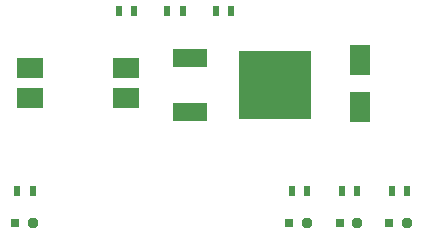
<source format=gtp>
G04*
G04 #@! TF.GenerationSoftware,Altium Limited,Altium Designer,20.1.8 (145)*
G04*
G04 Layer_Color=8421504*
%FSLAX25Y25*%
%MOIN*%
G70*
G04*
G04 #@! TF.SameCoordinates,19D57B75-9579-4F69-8231-0EC3C90D2157*
G04*
G04*
G04 #@! TF.FilePolarity,Positive*
G04*
G01*
G75*
G04:AMPARAMS|DCode=16|XSize=31.5mil|YSize=31.5mil|CornerRadius=7.87mil|HoleSize=0mil|Usage=FLASHONLY|Rotation=180.000|XOffset=0mil|YOffset=0mil|HoleType=Round|Shape=RoundedRectangle|*
%AMROUNDEDRECTD16*
21,1,0.03150,0.01575,0,0,180.0*
21,1,0.01575,0.03150,0,0,180.0*
1,1,0.01575,-0.00787,0.00787*
1,1,0.01575,0.00787,0.00787*
1,1,0.01575,0.00787,-0.00787*
1,1,0.01575,-0.00787,-0.00787*
%
%ADD16ROUNDEDRECTD16*%
%ADD17R,0.03150X0.03150*%
%ADD18R,0.01968X0.03740*%
%ADD19R,0.08661X0.06693*%
%ADD20R,0.06693X0.09843*%
%ADD21R,0.11811X0.06299*%
%ADD22R,0.24410X0.22835*%
D16*
X92126Y10039D02*
D03*
X216929D02*
D03*
X200394D02*
D03*
X183661D02*
D03*
D17*
X86221D02*
D03*
X211024D02*
D03*
X194488D02*
D03*
X177756D02*
D03*
D18*
X92126Y20669D02*
D03*
X87008D02*
D03*
X195276D02*
D03*
X200394D02*
D03*
X216929D02*
D03*
X211811D02*
D03*
X178543D02*
D03*
X183661D02*
D03*
X126051Y80643D02*
D03*
X120933D02*
D03*
X153150D02*
D03*
X158268D02*
D03*
X137041D02*
D03*
X142159D02*
D03*
D19*
X123425Y61890D02*
D03*
Y51890D02*
D03*
X91142D02*
D03*
Y61890D02*
D03*
D20*
X201378Y64370D02*
D03*
Y48622D02*
D03*
D21*
X144685Y65118D02*
D03*
Y47087D02*
D03*
D22*
X173031Y56102D02*
D03*
M02*

</source>
